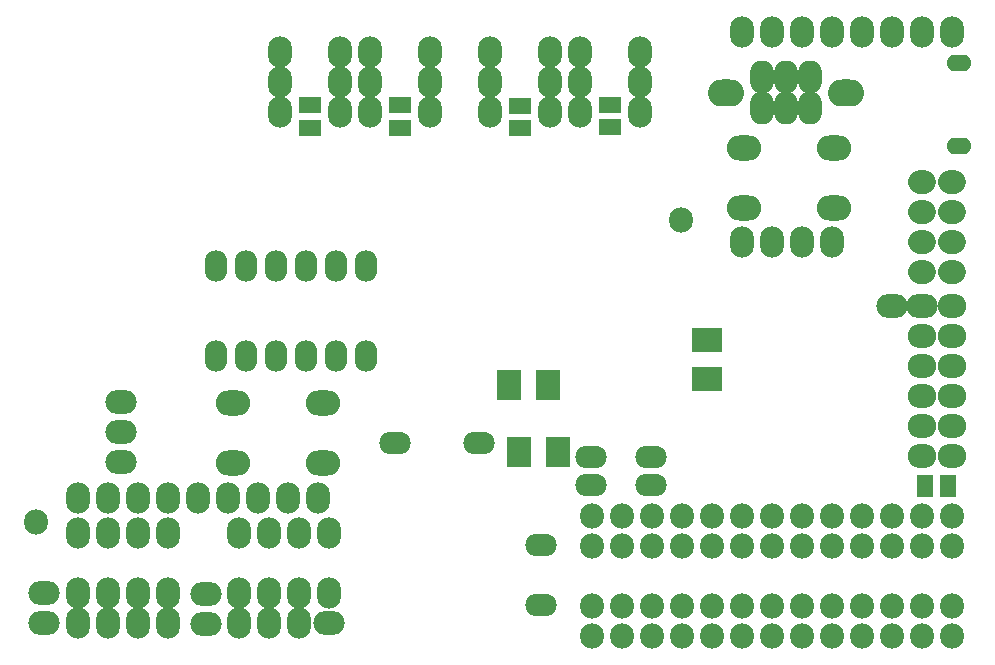
<source format=gbs>
G04 (created by PCBNEW-RS274X (2012-01-19 BZR 3256)-stable) date 30/5/2556 14:25:47*
G01*
G70*
G90*
%MOIN*%
G04 Gerber Fmt 3.4, Leading zero omitted, Abs format*
%FSLAX34Y34*%
G04 APERTURE LIST*
%ADD10C,0.006000*%
%ADD11O,0.080000X0.085000*%
%ADD12O,0.080000X0.105000*%
%ADD13O,0.105000X0.075000*%
%ADD14O,0.105000X0.080000*%
%ADD15O,0.115000X0.084000*%
%ADD16O,0.080000X0.110000*%
%ADD17O,0.120000X0.090000*%
%ADD18O,0.075000X0.105000*%
%ADD19O,0.095000X0.080000*%
%ADD20R,0.080000X0.100000*%
%ADD21R,0.100000X0.080000*%
%ADD22R,0.055000X0.075000*%
%ADD23C,0.080000*%
%ADD24R,0.075000X0.055000*%
%ADD25O,0.083000X0.055400*%
G04 APERTURE END LIST*
G54D10*
G54D11*
X71949Y-48170D03*
X71949Y-49170D03*
X70949Y-48170D03*
X70949Y-49170D03*
X69949Y-48170D03*
X69949Y-49170D03*
X68949Y-48170D03*
X68949Y-49170D03*
X67949Y-48170D03*
X67949Y-49170D03*
X66949Y-48170D03*
X66949Y-49170D03*
X65949Y-48170D03*
X65949Y-49170D03*
X64949Y-48170D03*
X64949Y-49170D03*
X63949Y-48170D03*
X63949Y-49170D03*
X62949Y-48170D03*
X62949Y-49170D03*
X61949Y-48170D03*
X61949Y-49170D03*
X60949Y-48170D03*
X60949Y-49170D03*
X59949Y-48170D03*
X59949Y-49170D03*
X41402Y-45342D03*
X62898Y-35283D03*
G54D12*
X64943Y-36027D03*
X65943Y-36027D03*
X66943Y-36027D03*
X67943Y-36027D03*
G54D13*
X58246Y-48116D03*
X58246Y-46116D03*
G54D14*
X41678Y-48737D03*
X41678Y-47737D03*
G54D15*
X68016Y-32897D03*
X68016Y-34897D03*
X65016Y-32897D03*
X65016Y-34897D03*
G54D16*
X67210Y-30530D03*
X67210Y-31550D03*
X66410Y-30530D03*
X66410Y-31550D03*
X65610Y-30530D03*
X65610Y-31550D03*
G54D17*
X64410Y-31040D03*
X68410Y-31040D03*
G54D12*
X48186Y-45737D03*
X49186Y-45737D03*
X50186Y-45737D03*
X51186Y-45737D03*
G54D14*
X47064Y-48745D03*
X47064Y-47745D03*
G54D13*
X61914Y-43204D03*
X59914Y-43204D03*
G54D12*
X51538Y-29692D03*
X51538Y-30692D03*
X51538Y-31692D03*
X52538Y-29692D03*
X52538Y-30692D03*
X52538Y-31692D03*
G54D18*
X52423Y-36816D03*
X47423Y-36816D03*
X47423Y-39808D03*
X52423Y-39808D03*
X51423Y-39808D03*
X50423Y-39808D03*
X49423Y-39808D03*
X48423Y-39808D03*
X51423Y-36816D03*
X50423Y-36816D03*
X49423Y-36816D03*
X48423Y-36816D03*
G54D12*
X42804Y-44564D03*
X43804Y-44564D03*
X44804Y-44564D03*
X45804Y-44564D03*
X46804Y-44564D03*
X47804Y-44564D03*
X48804Y-44564D03*
X49804Y-44564D03*
X50804Y-44564D03*
X61538Y-31692D03*
X61538Y-30692D03*
X61538Y-29692D03*
X56538Y-31692D03*
X56538Y-30692D03*
X56538Y-29692D03*
X54538Y-31692D03*
X54538Y-30692D03*
X54538Y-29692D03*
X49538Y-31692D03*
X49538Y-30692D03*
X49538Y-29692D03*
G54D14*
X44237Y-41361D03*
X44237Y-42361D03*
X44237Y-43361D03*
G54D13*
X61914Y-44136D03*
X59914Y-44136D03*
G54D12*
X58538Y-29692D03*
X58538Y-30692D03*
X58538Y-31692D03*
X59538Y-29692D03*
X59538Y-30692D03*
X59538Y-31692D03*
G54D19*
X71950Y-43150D03*
X71950Y-42150D03*
X71950Y-41150D03*
X71950Y-40150D03*
X71950Y-39150D03*
X71950Y-38150D03*
X70950Y-43150D03*
X70950Y-42150D03*
X70950Y-41150D03*
X70950Y-40150D03*
X70950Y-39150D03*
G54D12*
X51186Y-47737D03*
G54D14*
X51186Y-48737D03*
G54D12*
X50186Y-47737D03*
X50186Y-48737D03*
X49186Y-47737D03*
X49186Y-48737D03*
X48186Y-47737D03*
X48186Y-48737D03*
X42800Y-45737D03*
X43800Y-45737D03*
X44800Y-45737D03*
X45800Y-45737D03*
X45800Y-47737D03*
X45800Y-48737D03*
X44800Y-47737D03*
X44800Y-48737D03*
X43800Y-47737D03*
X43800Y-48737D03*
X42800Y-47737D03*
X42800Y-48737D03*
G54D20*
X57508Y-43008D03*
X58808Y-43008D03*
X57166Y-40779D03*
X58466Y-40779D03*
G54D21*
X63783Y-39283D03*
X63783Y-40583D03*
G54D22*
X71045Y-44142D03*
X71795Y-44142D03*
G54D23*
X71865Y-34030D02*
X72015Y-34030D01*
X71865Y-35030D02*
X72015Y-35030D01*
X71865Y-36030D02*
X72015Y-36030D01*
X71865Y-37030D02*
X72015Y-37030D01*
G54D12*
X70944Y-29016D03*
X71944Y-29016D03*
G54D14*
X70930Y-38150D03*
X69930Y-38150D03*
G54D24*
X50544Y-31461D03*
X50544Y-32211D03*
X53543Y-31468D03*
X53543Y-32218D03*
X57540Y-31482D03*
X57540Y-32232D03*
X60537Y-31449D03*
X60537Y-32199D03*
G54D15*
X50976Y-41378D03*
X50976Y-43378D03*
X47976Y-41378D03*
X47976Y-43378D03*
G54D11*
X71951Y-45149D03*
X71951Y-46149D03*
X70951Y-45149D03*
X70951Y-46149D03*
X69951Y-45149D03*
X69951Y-46149D03*
X68951Y-45149D03*
X68951Y-46149D03*
X67951Y-45149D03*
X67951Y-46149D03*
X66951Y-45149D03*
X66951Y-46149D03*
X65951Y-45149D03*
X65951Y-46149D03*
X64951Y-45149D03*
X64951Y-46149D03*
X63951Y-45149D03*
X63951Y-46149D03*
X62951Y-45149D03*
X62951Y-46149D03*
X61951Y-45149D03*
X61951Y-46149D03*
X60951Y-45149D03*
X60951Y-46149D03*
X59951Y-45149D03*
X59951Y-46149D03*
G54D23*
X70865Y-34030D02*
X71015Y-34030D01*
X70865Y-35030D02*
X71015Y-35030D01*
X70865Y-36030D02*
X71015Y-36030D01*
X70865Y-37030D02*
X71015Y-37030D01*
G54D25*
X72192Y-32822D03*
X72192Y-30066D03*
G54D12*
X64944Y-29015D03*
X65944Y-29015D03*
X66944Y-29015D03*
X67944Y-29015D03*
X69944Y-29016D03*
X68944Y-29016D03*
G54D13*
X56183Y-42714D03*
X53383Y-42714D03*
M02*

</source>
